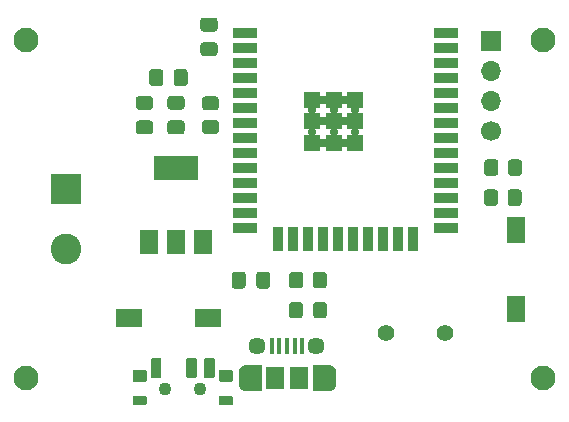
<source format=gts>
G04 #@! TF.GenerationSoftware,KiCad,Pcbnew,(5.1.9)-1*
G04 #@! TF.CreationDate,2021-04-10T16:29:16+02:00*
G04 #@! TF.ProjectId,eerste_versie,65657273-7465-45f7-9665-727369652e6b,rev?*
G04 #@! TF.SameCoordinates,Original*
G04 #@! TF.FileFunction,Soldermask,Top*
G04 #@! TF.FilePolarity,Negative*
%FSLAX46Y46*%
G04 Gerber Fmt 4.6, Leading zero omitted, Abs format (unit mm)*
G04 Created by KiCad (PCBNEW (5.1.9)-1) date 2021-04-10 16:29:16*
%MOMM*%
%LPD*%
G01*
G04 APERTURE LIST*
%ADD10C,0.000100*%
%ADD11C,1.102360*%
%ADD12R,2.600000X2.600000*%
%ADD13C,2.600000*%
%ADD14R,1.700000X1.700000*%
%ADD15O,1.700000X1.700000*%
%ADD16C,1.700000*%
%ADD17R,0.400000X1.350000*%
%ADD18C,1.450000*%
%ADD19R,1.500000X1.900000*%
%ADD20R,2.300000X1.500000*%
%ADD21R,1.500000X2.300000*%
%ADD22C,2.100000*%
%ADD23C,1.408000*%
%ADD24R,3.800000X2.000000*%
%ADD25R,1.500000X2.000000*%
%ADD26C,0.762000*%
%ADD27R,1.330000X1.330000*%
%ADD28R,0.900000X2.000000*%
%ADD29R,2.000000X0.900000*%
G04 APERTURE END LIST*
D10*
G36*
X138628000Y-134840000D02*
G01*
X137328000Y-134840000D01*
X137328000Y-136940000D01*
X138628000Y-136940000D01*
X138658093Y-136939212D01*
X138688104Y-136936850D01*
X138717950Y-136932921D01*
X138747549Y-136927435D01*
X138776821Y-136920407D01*
X138805685Y-136911857D01*
X138834062Y-136901809D01*
X138861874Y-136890289D01*
X138889045Y-136877329D01*
X138915500Y-136862965D01*
X138941167Y-136847236D01*
X138965977Y-136830185D01*
X138989859Y-136811859D01*
X139012750Y-136792308D01*
X139034586Y-136771586D01*
X139055308Y-136749750D01*
X139074859Y-136726859D01*
X139093185Y-136702977D01*
X139110236Y-136678167D01*
X139125965Y-136652500D01*
X139140329Y-136626045D01*
X139153289Y-136598874D01*
X139164809Y-136571062D01*
X139174857Y-136542685D01*
X139183407Y-136513821D01*
X139190435Y-136484549D01*
X139195921Y-136454950D01*
X139199850Y-136425104D01*
X139202212Y-136395093D01*
X139203000Y-136365000D01*
X139203000Y-135415000D01*
X139202212Y-135384907D01*
X139199850Y-135354896D01*
X139195921Y-135325050D01*
X139190435Y-135295451D01*
X139183407Y-135266179D01*
X139174857Y-135237315D01*
X139164809Y-135208938D01*
X139153289Y-135181126D01*
X139140329Y-135153955D01*
X139125965Y-135127500D01*
X139110236Y-135101833D01*
X139093185Y-135077023D01*
X139074859Y-135053141D01*
X139055308Y-135030250D01*
X139034586Y-135008414D01*
X139012750Y-134987692D01*
X138989859Y-134968141D01*
X138965977Y-134949815D01*
X138941167Y-134932764D01*
X138915500Y-134917035D01*
X138889045Y-134902671D01*
X138861874Y-134889711D01*
X138834062Y-134878191D01*
X138805685Y-134868143D01*
X138776821Y-134859593D01*
X138747549Y-134852565D01*
X138717950Y-134847079D01*
X138688104Y-134843150D01*
X138658093Y-134840788D01*
X138628000Y-134840000D01*
G37*
X138628000Y-134840000D02*
X137328000Y-134840000D01*
X137328000Y-136940000D01*
X138628000Y-136940000D01*
X138658093Y-136939212D01*
X138688104Y-136936850D01*
X138717950Y-136932921D01*
X138747549Y-136927435D01*
X138776821Y-136920407D01*
X138805685Y-136911857D01*
X138834062Y-136901809D01*
X138861874Y-136890289D01*
X138889045Y-136877329D01*
X138915500Y-136862965D01*
X138941167Y-136847236D01*
X138965977Y-136830185D01*
X138989859Y-136811859D01*
X139012750Y-136792308D01*
X139034586Y-136771586D01*
X139055308Y-136749750D01*
X139074859Y-136726859D01*
X139093185Y-136702977D01*
X139110236Y-136678167D01*
X139125965Y-136652500D01*
X139140329Y-136626045D01*
X139153289Y-136598874D01*
X139164809Y-136571062D01*
X139174857Y-136542685D01*
X139183407Y-136513821D01*
X139190435Y-136484549D01*
X139195921Y-136454950D01*
X139199850Y-136425104D01*
X139202212Y-136395093D01*
X139203000Y-136365000D01*
X139203000Y-135415000D01*
X139202212Y-135384907D01*
X139199850Y-135354896D01*
X139195921Y-135325050D01*
X139190435Y-135295451D01*
X139183407Y-135266179D01*
X139174857Y-135237315D01*
X139164809Y-135208938D01*
X139153289Y-135181126D01*
X139140329Y-135153955D01*
X139125965Y-135127500D01*
X139110236Y-135101833D01*
X139093185Y-135077023D01*
X139074859Y-135053141D01*
X139055308Y-135030250D01*
X139034586Y-135008414D01*
X139012750Y-134987692D01*
X138989859Y-134968141D01*
X138965977Y-134949815D01*
X138941167Y-134932764D01*
X138915500Y-134917035D01*
X138889045Y-134902671D01*
X138861874Y-134889711D01*
X138834062Y-134878191D01*
X138805685Y-134868143D01*
X138776821Y-134859593D01*
X138747549Y-134852565D01*
X138717950Y-134847079D01*
X138688104Y-134843150D01*
X138658093Y-134840788D01*
X138628000Y-134840000D01*
G36*
X131628000Y-134840000D02*
G01*
X132928000Y-134840000D01*
X132928000Y-136940000D01*
X131628000Y-136940000D01*
X131597907Y-136939212D01*
X131567896Y-136936850D01*
X131538050Y-136932921D01*
X131508451Y-136927435D01*
X131479179Y-136920407D01*
X131450315Y-136911857D01*
X131421938Y-136901809D01*
X131394126Y-136890289D01*
X131366955Y-136877329D01*
X131340500Y-136862965D01*
X131314833Y-136847236D01*
X131290023Y-136830185D01*
X131266141Y-136811859D01*
X131243250Y-136792308D01*
X131221414Y-136771586D01*
X131200692Y-136749750D01*
X131181141Y-136726859D01*
X131162815Y-136702977D01*
X131145764Y-136678167D01*
X131130035Y-136652500D01*
X131115671Y-136626045D01*
X131102711Y-136598874D01*
X131091191Y-136571062D01*
X131081143Y-136542685D01*
X131072593Y-136513821D01*
X131065565Y-136484549D01*
X131060079Y-136454950D01*
X131056150Y-136425104D01*
X131053788Y-136395093D01*
X131053000Y-136365000D01*
X131053000Y-135415000D01*
X131053788Y-135384907D01*
X131056150Y-135354896D01*
X131060079Y-135325050D01*
X131065565Y-135295451D01*
X131072593Y-135266179D01*
X131081143Y-135237315D01*
X131091191Y-135208938D01*
X131102711Y-135181126D01*
X131115671Y-135153955D01*
X131130035Y-135127500D01*
X131145764Y-135101833D01*
X131162815Y-135077023D01*
X131181141Y-135053141D01*
X131200692Y-135030250D01*
X131221414Y-135008414D01*
X131243250Y-134987692D01*
X131266141Y-134968141D01*
X131290023Y-134949815D01*
X131314833Y-134932764D01*
X131340500Y-134917035D01*
X131366955Y-134902671D01*
X131394126Y-134889711D01*
X131421938Y-134878191D01*
X131450315Y-134868143D01*
X131479179Y-134859593D01*
X131508451Y-134852565D01*
X131538050Y-134847079D01*
X131567896Y-134843150D01*
X131597907Y-134840788D01*
X131628000Y-134840000D01*
G37*
X131628000Y-134840000D02*
X132928000Y-134840000D01*
X132928000Y-136940000D01*
X131628000Y-136940000D01*
X131597907Y-136939212D01*
X131567896Y-136936850D01*
X131538050Y-136932921D01*
X131508451Y-136927435D01*
X131479179Y-136920407D01*
X131450315Y-136911857D01*
X131421938Y-136901809D01*
X131394126Y-136890289D01*
X131366955Y-136877329D01*
X131340500Y-136862965D01*
X131314833Y-136847236D01*
X131290023Y-136830185D01*
X131266141Y-136811859D01*
X131243250Y-136792308D01*
X131221414Y-136771586D01*
X131200692Y-136749750D01*
X131181141Y-136726859D01*
X131162815Y-136702977D01*
X131145764Y-136678167D01*
X131130035Y-136652500D01*
X131115671Y-136626045D01*
X131102711Y-136598874D01*
X131091191Y-136571062D01*
X131081143Y-136542685D01*
X131072593Y-136513821D01*
X131065565Y-136484549D01*
X131060079Y-136454950D01*
X131056150Y-136425104D01*
X131053788Y-136395093D01*
X131053000Y-136365000D01*
X131053000Y-135415000D01*
X131053788Y-135384907D01*
X131056150Y-135354896D01*
X131060079Y-135325050D01*
X131065565Y-135295451D01*
X131072593Y-135266179D01*
X131081143Y-135237315D01*
X131091191Y-135208938D01*
X131102711Y-135181126D01*
X131115671Y-135153955D01*
X131130035Y-135127500D01*
X131145764Y-135101833D01*
X131162815Y-135077023D01*
X131181141Y-135053141D01*
X131200692Y-135030250D01*
X131221414Y-135008414D01*
X131243250Y-134987692D01*
X131266141Y-134968141D01*
X131290023Y-134949815D01*
X131314833Y-134932764D01*
X131340500Y-134917035D01*
X131366955Y-134902671D01*
X131394126Y-134889711D01*
X131421938Y-134878191D01*
X131450315Y-134868143D01*
X131479179Y-134859593D01*
X131508451Y-134852565D01*
X131538050Y-134847079D01*
X131567896Y-134843150D01*
X131597907Y-134840788D01*
X131628000Y-134840000D01*
D11*
X124802900Y-136842500D03*
X127800100Y-136842500D03*
G36*
G01*
X123252230Y-135343900D02*
X123252230Y-136141460D01*
G75*
G02*
X123150630Y-136243060I-101600J0D01*
G01*
X122152410Y-136243060D01*
G75*
G02*
X122050810Y-136141460I0J101600D01*
G01*
X122050810Y-135343900D01*
G75*
G02*
X122152410Y-135242300I101600J0D01*
G01*
X123150630Y-135242300D01*
G75*
G02*
X123252230Y-135343900I0J-101600D01*
G01*
G37*
G36*
G01*
X123252230Y-137541000D02*
X123252230Y-138140440D01*
G75*
G02*
X123150630Y-138242040I-101600J0D01*
G01*
X122152410Y-138242040D01*
G75*
G02*
X122050810Y-138140440I0J101600D01*
G01*
X122050810Y-137541000D01*
G75*
G02*
X122152410Y-137439400I101600J0D01*
G01*
X123150630Y-137439400D01*
G75*
G02*
X123252230Y-137541000I0J-101600D01*
G01*
G37*
G36*
G01*
X130552190Y-135343900D02*
X130552190Y-136141460D01*
G75*
G02*
X130450590Y-136243060I-101600J0D01*
G01*
X129452370Y-136243060D01*
G75*
G02*
X129350770Y-136141460I0J101600D01*
G01*
X129350770Y-135343900D01*
G75*
G02*
X129452370Y-135242300I101600J0D01*
G01*
X130450590Y-135242300D01*
G75*
G02*
X130552190Y-135343900I0J-101600D01*
G01*
G37*
G36*
G01*
X130552190Y-137541000D02*
X130552190Y-138140440D01*
G75*
G02*
X130450590Y-138242040I-101600J0D01*
G01*
X129452370Y-138242040D01*
G75*
G02*
X129350770Y-138140440I0J101600D01*
G01*
X129350770Y-137541000D01*
G75*
G02*
X129452370Y-137439400I101600J0D01*
G01*
X130450590Y-137439400D01*
G75*
G02*
X130552190Y-137541000I0J-101600D01*
G01*
G37*
G36*
G01*
X123602750Y-135844280D02*
X123602750Y-134345680D01*
G75*
G02*
X123704350Y-134244080I101600J0D01*
G01*
X124402850Y-134244080D01*
G75*
G02*
X124504450Y-134345680I0J-101600D01*
G01*
X124504450Y-135844280D01*
G75*
G02*
X124402850Y-135945880I-101600J0D01*
G01*
X123704350Y-135945880D01*
G75*
G02*
X123602750Y-135844280I0J101600D01*
G01*
G37*
G36*
G01*
X126599950Y-135844280D02*
X126599950Y-134345680D01*
G75*
G02*
X126701550Y-134244080I101600J0D01*
G01*
X127400050Y-134244080D01*
G75*
G02*
X127501650Y-134345680I0J-101600D01*
G01*
X127501650Y-135844280D01*
G75*
G02*
X127400050Y-135945880I-101600J0D01*
G01*
X126701550Y-135945880D01*
G75*
G02*
X126599950Y-135844280I0J101600D01*
G01*
G37*
G36*
G01*
X128098550Y-135844280D02*
X128098550Y-134345680D01*
G75*
G02*
X128200150Y-134244080I101600J0D01*
G01*
X128898650Y-134244080D01*
G75*
G02*
X129000250Y-134345680I0J-101600D01*
G01*
X129000250Y-135844280D01*
G75*
G02*
X128898650Y-135945880I-101600J0D01*
G01*
X128200150Y-135945880D01*
G75*
G02*
X128098550Y-135844280I0J101600D01*
G01*
G37*
G36*
G01*
X153032000Y-117659999D02*
X153032000Y-118560001D01*
G75*
G02*
X152782001Y-118810000I-249999J0D01*
G01*
X152081999Y-118810000D01*
G75*
G02*
X151832000Y-118560001I0J249999D01*
G01*
X151832000Y-117659999D01*
G75*
G02*
X152081999Y-117410000I249999J0D01*
G01*
X152782001Y-117410000D01*
G75*
G02*
X153032000Y-117659999I0J-249999D01*
G01*
G37*
G36*
G01*
X155032000Y-117659999D02*
X155032000Y-118560001D01*
G75*
G02*
X154782001Y-118810000I-249999J0D01*
G01*
X154081999Y-118810000D01*
G75*
G02*
X153832000Y-118560001I0J249999D01*
G01*
X153832000Y-117659999D01*
G75*
G02*
X154081999Y-117410000I249999J0D01*
G01*
X154782001Y-117410000D01*
G75*
G02*
X155032000Y-117659999I0J-249999D01*
G01*
G37*
D12*
X116459000Y-119888000D03*
D13*
X116459000Y-124968000D03*
D14*
X152400000Y-107410000D03*
D15*
X152400000Y-109950000D03*
X152400000Y-112490000D03*
D16*
X152400000Y-115030000D03*
G36*
G01*
X125255000Y-114115000D02*
X126205000Y-114115000D01*
G75*
G02*
X126455000Y-114365000I0J-250000D01*
G01*
X126455000Y-115040000D01*
G75*
G02*
X126205000Y-115290000I-250000J0D01*
G01*
X125255000Y-115290000D01*
G75*
G02*
X125005000Y-115040000I0J250000D01*
G01*
X125005000Y-114365000D01*
G75*
G02*
X125255000Y-114115000I250000J0D01*
G01*
G37*
G36*
G01*
X125255000Y-112040000D02*
X126205000Y-112040000D01*
G75*
G02*
X126455000Y-112290000I0J-250000D01*
G01*
X126455000Y-112965000D01*
G75*
G02*
X126205000Y-113215000I-250000J0D01*
G01*
X125255000Y-113215000D01*
G75*
G02*
X125005000Y-112965000I0J250000D01*
G01*
X125005000Y-112290000D01*
G75*
G02*
X125255000Y-112040000I250000J0D01*
G01*
G37*
G36*
G01*
X123538000Y-113215000D02*
X122588000Y-113215000D01*
G75*
G02*
X122338000Y-112965000I0J250000D01*
G01*
X122338000Y-112290000D01*
G75*
G02*
X122588000Y-112040000I250000J0D01*
G01*
X123538000Y-112040000D01*
G75*
G02*
X123788000Y-112290000I0J-250000D01*
G01*
X123788000Y-112965000D01*
G75*
G02*
X123538000Y-113215000I-250000J0D01*
G01*
G37*
G36*
G01*
X123538000Y-115290000D02*
X122588000Y-115290000D01*
G75*
G02*
X122338000Y-115040000I0J250000D01*
G01*
X122338000Y-114365000D01*
G75*
G02*
X122588000Y-114115000I250000J0D01*
G01*
X123538000Y-114115000D01*
G75*
G02*
X123788000Y-114365000I0J-250000D01*
G01*
X123788000Y-115040000D01*
G75*
G02*
X123538000Y-115290000I-250000J0D01*
G01*
G37*
D17*
X136428000Y-133215000D03*
X135778000Y-133215000D03*
X135128000Y-133215000D03*
X134478000Y-133215000D03*
X133828000Y-133215000D03*
D18*
X137628000Y-133190000D03*
X132628000Y-133190000D03*
D19*
X136128000Y-135890000D03*
X134128000Y-135890000D03*
D20*
X128445000Y-130810000D03*
X121745000Y-130810000D03*
D21*
X154559000Y-123396000D03*
X154559000Y-130096000D03*
D22*
X156845000Y-135890000D03*
X113030000Y-107315000D03*
X156845000Y-107315000D03*
X113030000Y-135890000D03*
G36*
G01*
X136506000Y-127184999D02*
X136506000Y-128085001D01*
G75*
G02*
X136256001Y-128335000I-249999J0D01*
G01*
X135555999Y-128335000D01*
G75*
G02*
X135306000Y-128085001I0J249999D01*
G01*
X135306000Y-127184999D01*
G75*
G02*
X135555999Y-126935000I249999J0D01*
G01*
X136256001Y-126935000D01*
G75*
G02*
X136506000Y-127184999I0J-249999D01*
G01*
G37*
G36*
G01*
X138506000Y-127184999D02*
X138506000Y-128085001D01*
G75*
G02*
X138256001Y-128335000I-249999J0D01*
G01*
X137555999Y-128335000D01*
G75*
G02*
X137306000Y-128085001I0J249999D01*
G01*
X137306000Y-127184999D01*
G75*
G02*
X137555999Y-126935000I249999J0D01*
G01*
X138256001Y-126935000D01*
G75*
G02*
X138506000Y-127184999I0J-249999D01*
G01*
G37*
G36*
G01*
X137356000Y-130625001D02*
X137356000Y-129724999D01*
G75*
G02*
X137605999Y-129475000I249999J0D01*
G01*
X138256001Y-129475000D01*
G75*
G02*
X138506000Y-129724999I0J-249999D01*
G01*
X138506000Y-130625001D01*
G75*
G02*
X138256001Y-130875000I-249999J0D01*
G01*
X137605999Y-130875000D01*
G75*
G02*
X137356000Y-130625001I0J249999D01*
G01*
G37*
G36*
G01*
X135306000Y-130625001D02*
X135306000Y-129724999D01*
G75*
G02*
X135555999Y-129475000I249999J0D01*
G01*
X136206001Y-129475000D01*
G75*
G02*
X136456000Y-129724999I0J-249999D01*
G01*
X136456000Y-130625001D01*
G75*
G02*
X136206001Y-130875000I-249999J0D01*
G01*
X135555999Y-130875000D01*
G75*
G02*
X135306000Y-130625001I0J249999D01*
G01*
G37*
D23*
X148550000Y-132080000D03*
X143550000Y-132080000D03*
G36*
G01*
X126720000Y-110015000D02*
X126720000Y-110965000D01*
G75*
G02*
X126470000Y-111215000I-250000J0D01*
G01*
X125795000Y-111215000D01*
G75*
G02*
X125545000Y-110965000I0J250000D01*
G01*
X125545000Y-110015000D01*
G75*
G02*
X125795000Y-109765000I250000J0D01*
G01*
X126470000Y-109765000D01*
G75*
G02*
X126720000Y-110015000I0J-250000D01*
G01*
G37*
G36*
G01*
X124645000Y-110015000D02*
X124645000Y-110965000D01*
G75*
G02*
X124395000Y-111215000I-250000J0D01*
G01*
X123720000Y-111215000D01*
G75*
G02*
X123470000Y-110965000I0J250000D01*
G01*
X123470000Y-110015000D01*
G75*
G02*
X123720000Y-109765000I250000J0D01*
G01*
X124395000Y-109765000D01*
G75*
G02*
X124645000Y-110015000I0J-250000D01*
G01*
G37*
G36*
G01*
X153000000Y-120199999D02*
X153000000Y-121100001D01*
G75*
G02*
X152750001Y-121350000I-249999J0D01*
G01*
X152049999Y-121350000D01*
G75*
G02*
X151800000Y-121100001I0J249999D01*
G01*
X151800000Y-120199999D01*
G75*
G02*
X152049999Y-119950000I249999J0D01*
G01*
X152750001Y-119950000D01*
G75*
G02*
X153000000Y-120199999I0J-249999D01*
G01*
G37*
G36*
G01*
X155000000Y-120199999D02*
X155000000Y-121100001D01*
G75*
G02*
X154750001Y-121350000I-249999J0D01*
G01*
X154049999Y-121350000D01*
G75*
G02*
X153800000Y-121100001I0J249999D01*
G01*
X153800000Y-120199999D01*
G75*
G02*
X154049999Y-119950000I249999J0D01*
G01*
X154750001Y-119950000D01*
G75*
G02*
X155000000Y-120199999I0J-249999D01*
G01*
G37*
G36*
G01*
X128049000Y-107489500D02*
X128999000Y-107489500D01*
G75*
G02*
X129249000Y-107739500I0J-250000D01*
G01*
X129249000Y-108414500D01*
G75*
G02*
X128999000Y-108664500I-250000J0D01*
G01*
X128049000Y-108664500D01*
G75*
G02*
X127799000Y-108414500I0J250000D01*
G01*
X127799000Y-107739500D01*
G75*
G02*
X128049000Y-107489500I250000J0D01*
G01*
G37*
G36*
G01*
X128049000Y-105414500D02*
X128999000Y-105414500D01*
G75*
G02*
X129249000Y-105664500I0J-250000D01*
G01*
X129249000Y-106339500D01*
G75*
G02*
X128999000Y-106589500I-250000J0D01*
G01*
X128049000Y-106589500D01*
G75*
G02*
X127799000Y-106339500I0J250000D01*
G01*
X127799000Y-105664500D01*
G75*
G02*
X128049000Y-105414500I250000J0D01*
G01*
G37*
G36*
G01*
X130455000Y-128110000D02*
X130455000Y-127160000D01*
G75*
G02*
X130705000Y-126910000I250000J0D01*
G01*
X131380000Y-126910000D01*
G75*
G02*
X131630000Y-127160000I0J-250000D01*
G01*
X131630000Y-128110000D01*
G75*
G02*
X131380000Y-128360000I-250000J0D01*
G01*
X130705000Y-128360000D01*
G75*
G02*
X130455000Y-128110000I0J250000D01*
G01*
G37*
G36*
G01*
X132530000Y-128110000D02*
X132530000Y-127160000D01*
G75*
G02*
X132780000Y-126910000I250000J0D01*
G01*
X133455000Y-126910000D01*
G75*
G02*
X133705000Y-127160000I0J-250000D01*
G01*
X133705000Y-128110000D01*
G75*
G02*
X133455000Y-128360000I-250000J0D01*
G01*
X132780000Y-128360000D01*
G75*
G02*
X132530000Y-128110000I0J250000D01*
G01*
G37*
D24*
X125730000Y-118110000D03*
D25*
X125730000Y-124410000D03*
X128030000Y-124410000D03*
X123430000Y-124410000D03*
D26*
X140007500Y-116015000D03*
X138172500Y-116015000D03*
X140007500Y-112345000D03*
X138172500Y-112345000D03*
X140007500Y-114180000D03*
X138172500Y-114180000D03*
X140925000Y-115097500D03*
X139090000Y-115097500D03*
X137255000Y-115097500D03*
X140925000Y-113262500D03*
X137255000Y-113262500D03*
X139090000Y-113262500D03*
D27*
X140925000Y-116015000D03*
X137255000Y-116015000D03*
X139090000Y-116015000D03*
X140925000Y-112345000D03*
X137255000Y-112345000D03*
X139090000Y-112345000D03*
X140925000Y-114180000D03*
X137255000Y-114180000D03*
X139090000Y-114180000D03*
D28*
X134375000Y-124190000D03*
X135645000Y-124190000D03*
X136915000Y-124190000D03*
X138185000Y-124190000D03*
X139455000Y-124190000D03*
X145805000Y-124190000D03*
X144535000Y-124190000D03*
X143265000Y-124190000D03*
X141995000Y-124190000D03*
X140725000Y-124190000D03*
D29*
X148590000Y-106680000D03*
X148590000Y-107950000D03*
X148590000Y-109220000D03*
X148590000Y-110490000D03*
X148590000Y-111760000D03*
X148590000Y-113030000D03*
X148590000Y-114300000D03*
X148590000Y-115570000D03*
X148590000Y-116840000D03*
X148590000Y-118110000D03*
X148590000Y-119380000D03*
X148590000Y-120650000D03*
X148590000Y-121920000D03*
X148590000Y-123190000D03*
X131590000Y-106680000D03*
X131590000Y-107950000D03*
X131590000Y-109220000D03*
X131590000Y-110490000D03*
X131590000Y-111760000D03*
X131590000Y-113030000D03*
X131590000Y-114300000D03*
X131590000Y-115570000D03*
X131590000Y-116840000D03*
X131590000Y-118110000D03*
X131590000Y-119380000D03*
X131590000Y-120650000D03*
X131590000Y-121920000D03*
X131590000Y-123190000D03*
G36*
G01*
X129101001Y-113265000D02*
X128200999Y-113265000D01*
G75*
G02*
X127951000Y-113015001I0J249999D01*
G01*
X127951000Y-112314999D01*
G75*
G02*
X128200999Y-112065000I249999J0D01*
G01*
X129101001Y-112065000D01*
G75*
G02*
X129351000Y-112314999I0J-249999D01*
G01*
X129351000Y-113015001D01*
G75*
G02*
X129101001Y-113265000I-249999J0D01*
G01*
G37*
G36*
G01*
X129101001Y-115265000D02*
X128200999Y-115265000D01*
G75*
G02*
X127951000Y-115015001I0J249999D01*
G01*
X127951000Y-114314999D01*
G75*
G02*
X128200999Y-114065000I249999J0D01*
G01*
X129101001Y-114065000D01*
G75*
G02*
X129351000Y-114314999I0J-249999D01*
G01*
X129351000Y-115015001D01*
G75*
G02*
X129101001Y-115265000I-249999J0D01*
G01*
G37*
M02*

</source>
